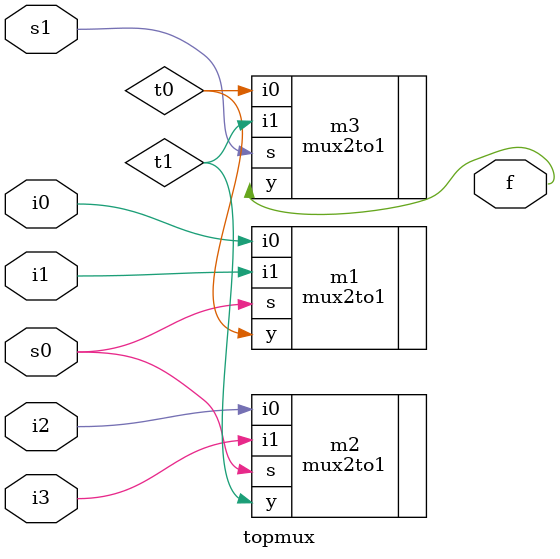
<source format=v>
`timescale 1ns / 1ps


module topmux(
    input s0,
    input s1,
    input i0,
    input i1,
    input i2,
    input i3,
    output f
    );
    
    wire t0, t1;
    mux2to1 m1 (.s(s0), .i0(i0), .i1(i1), .y(t0));
    mux2to1 m2 (.s(s0), .i0(i2), .i1(i3), .y(t1));
    mux2to1 m3 (.s(s1), .i0(t0), .i1(t1), .y(f));
    
endmodule

</source>
